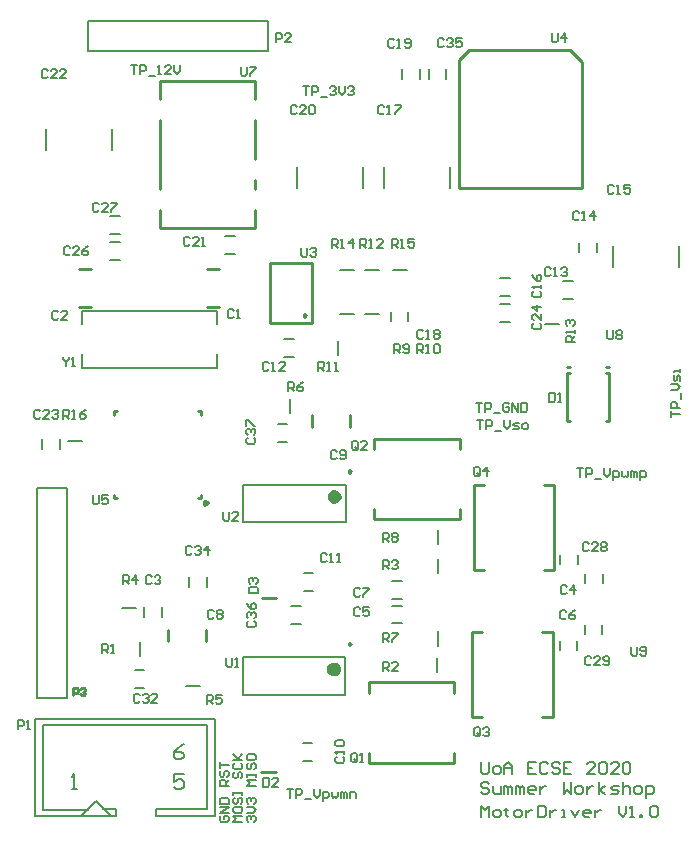
<source format=gto>
G04*
G04 #@! TF.GenerationSoftware,Altium Limited,Altium Designer,21.0.9 (235)*
G04*
G04 Layer_Color=65535*
%FSLAX25Y25*%
%MOIN*%
G70*
G04*
G04 #@! TF.SameCoordinates,CCBB63D4-E8DD-42B9-A150-1630AA2F812C*
G04*
G04*
G04 #@! TF.FilePolarity,Positive*
G04*
G01*
G75*
%ADD10C,0.00984*%
%ADD11C,0.02362*%
%ADD12C,0.01181*%
%ADD13C,0.01000*%
%ADD14C,0.00787*%
%ADD15C,0.00500*%
%ADD16C,0.00800*%
%ADD17C,0.00700*%
D10*
X117165Y64920D02*
X116427Y65346D01*
Y64494D01*
X117165Y64920D01*
X117265Y122420D02*
X116527Y122846D01*
Y121994D01*
X117265Y122420D01*
D11*
X112500Y56554D02*
X112055Y57478D01*
X111056Y57706D01*
X110255Y57067D01*
Y56042D01*
X111056Y55403D01*
X112055Y55631D01*
X112500Y56554D01*
X112600Y114054D02*
X112155Y114978D01*
X111156Y115206D01*
X110355Y114567D01*
Y113542D01*
X111156Y112903D01*
X112155Y113131D01*
X112600Y114054D01*
D12*
X69309Y111835D02*
X68474Y112317D01*
Y111352D01*
X69309Y111835D01*
D13*
X102200Y174474D02*
X101450Y174907D01*
Y174041D01*
X102200Y174474D01*
X158000Y117748D02*
X161500D01*
X158000Y89402D02*
Y117748D01*
Y89402D02*
X161500D01*
X181500D02*
X183705D01*
X184886D01*
Y117748D01*
X181500D02*
X184886D01*
X180900Y40399D02*
X184400D01*
Y68746D01*
X180900D02*
X184400D01*
X158695D02*
X160900D01*
X157514D02*
X158695D01*
X157514Y40399D02*
Y68746D01*
Y40399D02*
X160900D01*
X202100Y139200D02*
X203100D01*
Y155200D01*
X202100D02*
X203100D01*
X189100D02*
X190100D01*
X189100Y139200D02*
Y155200D01*
Y139200D02*
X190100D01*
X202100Y157200D02*
X203100D01*
X189100D02*
X190100D01*
X53500Y246500D02*
Y252500D01*
X85000D01*
Y246500D02*
Y252500D01*
Y226500D02*
Y239500D01*
Y216500D02*
Y219500D01*
Y203500D02*
Y209500D01*
X53500Y203500D02*
X85000D01*
X53500D02*
Y209500D01*
Y216500D02*
Y239500D01*
X190000Y263000D02*
X194000Y259000D01*
Y217000D02*
Y259000D01*
X156500Y263000D02*
X190000D01*
X153000Y259500D02*
X156500Y263000D01*
X153000Y217000D02*
X194000D01*
X153000D02*
Y259500D01*
X26531Y177201D02*
X30468D01*
X26531Y189799D02*
X30468D01*
X123126Y48674D02*
Y52060D01*
X151472D01*
Y50878D02*
Y52060D01*
Y48674D02*
Y50878D01*
Y25174D02*
Y28674D01*
X123126Y25174D02*
X151472D01*
X123126D02*
Y28674D01*
X38043Y141362D02*
Y142543D01*
X39224D01*
X65996Y142543D02*
X67177D01*
Y141362D02*
Y142543D01*
X38043Y113409D02*
Y114591D01*
Y113409D02*
X39224D01*
X65996D02*
X67177D01*
Y114591D01*
X87238Y22355D02*
X91962D01*
X56101Y65732D02*
Y69669D01*
X68699Y65732D02*
Y69669D01*
X104201Y137331D02*
Y141269D01*
X116799Y137331D02*
Y141269D01*
X124926Y129974D02*
Y133359D01*
X153272D01*
Y132178D02*
Y133359D01*
Y129974D02*
Y132178D01*
Y106474D02*
Y109974D01*
X124926Y106474D02*
X153272D01*
X124926D02*
Y109974D01*
X90200Y171974D02*
X104200D01*
X90200Y191974D02*
X104200D01*
Y171974D02*
Y191974D01*
X90200Y171974D02*
Y191974D01*
X87338Y80356D02*
X92062D01*
X69032Y189799D02*
X72969D01*
X69032Y177201D02*
X72969D01*
X24417Y47750D02*
Y50250D01*
X25667D01*
X26083Y49833D01*
Y49000D01*
X25667Y48583D01*
X24417D01*
X26917Y49833D02*
X27333Y50250D01*
X28166D01*
X28583Y49833D01*
Y49417D01*
X28166Y49000D01*
X27750D01*
X28166D01*
X28583Y48583D01*
Y48167D01*
X28166Y47750D01*
X27333D01*
X26917Y48167D01*
D14*
X61938Y50800D02*
X66662D01*
X97225Y71547D02*
X100375D01*
X97225Y77453D02*
X100375D01*
X146000Y64338D02*
Y69062D01*
X145900Y55411D02*
Y60136D01*
X130925Y79847D02*
X134075D01*
X130925Y85753D02*
X134075D01*
X130825Y71747D02*
X133975D01*
X130825Y77653D02*
X133975D01*
X186747Y91425D02*
Y94575D01*
X192653Y91425D02*
Y94575D01*
X195047Y85125D02*
Y88275D01*
X200953Y85125D02*
Y88275D01*
X37524Y229457D02*
Y236543D01*
X15476Y229457D02*
Y236543D01*
X200853Y68225D02*
Y71375D01*
X194947Y68225D02*
Y71375D01*
X192553Y62825D02*
Y65975D01*
X186647Y62825D02*
Y65975D01*
X92625Y132347D02*
X95775D01*
X92625Y138253D02*
X95775D01*
X81004Y60491D02*
X115256D01*
X81004Y47893D02*
X115256D01*
Y60491D01*
X81004Y47893D02*
Y60491D01*
X101425Y88453D02*
X104575D01*
X101425Y82547D02*
X104575D01*
X101025Y31926D02*
X104175D01*
X101025Y26021D02*
X104175D01*
X32000Y12398D02*
X36961Y7437D01*
X27039D02*
X32000Y12398D01*
X11921Y7398D02*
Y39957D01*
X71764Y7673D02*
Y39957D01*
X52079Y7476D02*
X71764D01*
X14421Y9681D02*
Y37752D01*
Y9681D02*
X29283D01*
X11921Y7476D02*
Y39957D01*
X71764Y7476D02*
Y39957D01*
X69264Y9839D02*
Y37752D01*
X71764Y7476D02*
Y39957D01*
X11921D02*
X71764D01*
X14461Y37752D02*
X69264D01*
X52079Y9839D02*
X69067D01*
X52079Y7476D02*
Y9445D01*
X34500Y9898D02*
X38693D01*
X11921Y7398D02*
X38772D01*
X38693Y7476D02*
Y9898D01*
X12500Y47000D02*
Y117000D01*
Y47000D02*
X22500D01*
Y117000D01*
X12500D02*
X22500D01*
X29500Y262500D02*
X89500D01*
X29500Y272500D02*
X89500D01*
X29500Y262500D02*
Y272500D01*
X89500Y262500D02*
Y272500D01*
X226524Y190417D02*
Y197504D01*
X204476Y190417D02*
Y197504D01*
X98976Y216957D02*
Y224043D01*
X121024Y216957D02*
Y224043D01*
X75125Y200753D02*
X78275D01*
X75125Y194847D02*
X78275D01*
X36925Y198953D02*
X40075D01*
X36925Y193047D02*
X40075D01*
X68953Y84025D02*
Y87175D01*
X63047Y84025D02*
Y87175D01*
X148853Y253306D02*
Y256455D01*
X142947Y253306D02*
Y256455D01*
X140053Y253306D02*
Y256455D01*
X134147Y253306D02*
Y256455D01*
X48147Y73910D02*
Y77060D01*
X54053Y73910D02*
Y77060D01*
X19953Y129925D02*
Y133075D01*
X14047Y129925D02*
Y133075D01*
X40738Y76757D02*
X45462D01*
X22638Y132500D02*
X27362D01*
X46600Y60938D02*
Y65662D01*
X45025Y56253D02*
X48175D01*
X45025Y50347D02*
X48175D01*
X112657Y161111D02*
Y165836D01*
X136253Y172425D02*
Y175575D01*
X130347Y172425D02*
Y175575D01*
X113338Y189500D02*
X118062D01*
X121638D02*
X126362D01*
X94810Y160521D02*
X97960D01*
X94810Y166426D02*
X97960D01*
X96700Y141938D02*
Y146662D01*
X81104Y105393D02*
Y117991D01*
X115356Y105393D02*
Y117991D01*
X81104Y105393D02*
X115356D01*
X81104Y117991D02*
X115356D01*
X150024Y216957D02*
Y224043D01*
X127976Y216957D02*
Y224043D01*
X181838Y171500D02*
X186562D01*
X166925Y178253D02*
X170075D01*
X166925Y172347D02*
X170075D01*
X166925Y180847D02*
X170075D01*
X166925Y186753D02*
X170075D01*
X187925Y185953D02*
X191075D01*
X187925Y180047D02*
X191075D01*
X121638Y175000D02*
X126362D01*
X113338Y174974D02*
X118062D01*
X131138Y189500D02*
X135862D01*
X198953Y195425D02*
Y198575D01*
X193047Y195425D02*
Y198575D01*
X146200Y98111D02*
Y102836D01*
Y88611D02*
Y93336D01*
X36925Y207453D02*
X40075D01*
X36925Y201547D02*
X40075D01*
X160387Y25560D02*
Y22280D01*
X161043Y21625D01*
X162355D01*
X163011Y22280D01*
Y25560D01*
X164979Y21625D02*
X166291D01*
X166947Y22280D01*
Y23592D01*
X166291Y24248D01*
X164979D01*
X164323Y23592D01*
Y22280D01*
X164979Y21625D01*
X168259D02*
Y24248D01*
X169571Y25560D01*
X170883Y24248D01*
Y21625D01*
Y23592D01*
X168259D01*
X178754Y25560D02*
X176130D01*
Y21625D01*
X178754D01*
X176130Y23592D02*
X177442D01*
X182690Y24904D02*
X182034Y25560D01*
X180722D01*
X180066Y24904D01*
Y22280D01*
X180722Y21625D01*
X182034D01*
X182690Y22280D01*
X186626Y24904D02*
X185970Y25560D01*
X184658D01*
X184002Y24904D01*
Y24248D01*
X184658Y23592D01*
X185970D01*
X186626Y22937D01*
Y22280D01*
X185970Y21625D01*
X184658D01*
X184002Y22280D01*
X190561Y25560D02*
X187937D01*
Y21625D01*
X190561D01*
X187937Y23592D02*
X189249D01*
X198433Y21625D02*
X195809D01*
X198433Y24248D01*
Y24904D01*
X197777Y25560D01*
X196465D01*
X195809Y24904D01*
X199745D02*
X200401Y25560D01*
X201713D01*
X202368Y24904D01*
Y22280D01*
X201713Y21625D01*
X200401D01*
X199745Y22280D01*
Y24904D01*
X206304Y21625D02*
X203680D01*
X206304Y24248D01*
Y24904D01*
X205648Y25560D01*
X204336D01*
X203680Y24904D01*
X207616D02*
X208272Y25560D01*
X209584D01*
X210240Y24904D01*
Y22280D01*
X209584Y21625D01*
X208272D01*
X207616Y22280D01*
Y24904D01*
X163011Y18292D02*
X162355Y18948D01*
X161043D01*
X160387Y18292D01*
Y17636D01*
X161043Y16980D01*
X162355D01*
X163011Y16324D01*
Y15668D01*
X162355Y15012D01*
X161043D01*
X160387Y15668D01*
X164323Y17636D02*
Y15668D01*
X164979Y15012D01*
X166947D01*
Y17636D01*
X168259Y15012D02*
Y17636D01*
X168915D01*
X169571Y16980D01*
Y15012D01*
Y16980D01*
X170227Y17636D01*
X170883Y16980D01*
Y15012D01*
X172195D02*
Y17636D01*
X172851D01*
X173506Y16980D01*
Y15012D01*
Y16980D01*
X174162Y17636D01*
X174818Y16980D01*
Y15012D01*
X178098D02*
X176786D01*
X176130Y15668D01*
Y16980D01*
X176786Y17636D01*
X178098D01*
X178754Y16980D01*
Y16324D01*
X176130D01*
X180066Y17636D02*
Y15012D01*
Y16324D01*
X180722Y16980D01*
X181378Y17636D01*
X182034D01*
X187937Y18948D02*
Y15012D01*
X189249Y16324D01*
X190561Y15012D01*
Y18948D01*
X192529Y15012D02*
X193841D01*
X194497Y15668D01*
Y16980D01*
X193841Y17636D01*
X192529D01*
X191873Y16980D01*
Y15668D01*
X192529Y15012D01*
X195809Y17636D02*
Y15012D01*
Y16324D01*
X196465Y16980D01*
X197121Y17636D01*
X197777D01*
X199745Y15012D02*
Y18948D01*
Y16324D02*
X201713Y17636D01*
X199745Y16324D02*
X201713Y15012D01*
X203680D02*
X205648D01*
X206304Y15668D01*
X205648Y16324D01*
X204336D01*
X203680Y16980D01*
X204336Y17636D01*
X206304D01*
X207616Y18948D02*
Y15012D01*
Y16980D01*
X208272Y17636D01*
X209584D01*
X210240Y16980D01*
Y15012D01*
X212208D02*
X213520D01*
X214176Y15668D01*
Y16980D01*
X213520Y17636D01*
X212208D01*
X211552Y16980D01*
Y15668D01*
X212208Y15012D01*
X215488Y13700D02*
Y17636D01*
X217456D01*
X218111Y16980D01*
Y15668D01*
X217456Y15012D01*
X215488D01*
X160387Y7087D02*
Y11023D01*
X161699Y9711D01*
X163011Y11023D01*
Y7087D01*
X164979D02*
X166291D01*
X166947Y7743D01*
Y9055D01*
X166291Y9711D01*
X164979D01*
X164323Y9055D01*
Y7743D01*
X164979Y7087D01*
X168915Y10367D02*
Y9711D01*
X168259D01*
X169571D01*
X168915D01*
Y7743D01*
X169571Y7087D01*
X172195D02*
X173506D01*
X174162Y7743D01*
Y9055D01*
X173506Y9711D01*
X172195D01*
X171539Y9055D01*
Y7743D01*
X172195Y7087D01*
X175474Y9711D02*
Y7087D01*
Y8399D01*
X176130Y9055D01*
X176786Y9711D01*
X177442D01*
X179410Y11023D02*
Y7087D01*
X181378D01*
X182034Y7743D01*
Y10367D01*
X181378Y11023D01*
X179410D01*
X183346Y9711D02*
Y7087D01*
Y8399D01*
X184002Y9055D01*
X184658Y9711D01*
X185314D01*
X187282Y7087D02*
X188593D01*
X187937D01*
Y9711D01*
X187282D01*
X190561D02*
X191873Y7087D01*
X193185Y9711D01*
X196465Y7087D02*
X195153D01*
X194497Y7743D01*
Y9055D01*
X195153Y9711D01*
X196465D01*
X197121Y9055D01*
Y8399D01*
X194497D01*
X198433Y9711D02*
Y7087D01*
Y8399D01*
X199089Y9055D01*
X199745Y9711D01*
X200401D01*
X206304Y11023D02*
Y8399D01*
X207616Y7087D01*
X208928Y8399D01*
Y11023D01*
X210240Y7087D02*
X211552D01*
X210896D01*
Y11023D01*
X210240Y10367D01*
X213520Y7087D02*
Y7743D01*
X214176D01*
Y7087D01*
X213520D01*
X216799Y10367D02*
X217456Y11023D01*
X218767D01*
X219423Y10367D01*
Y7743D01*
X218767Y7087D01*
X217456D01*
X216799Y7743D01*
Y10367D01*
D15*
X72441Y171437D02*
Y175949D01*
X27559D02*
X72441D01*
X27559Y171437D02*
Y175949D01*
Y157051D02*
Y161563D01*
Y157051D02*
X72441D01*
Y161563D01*
D16*
X61332Y31498D02*
X59666Y30665D01*
X58000Y28999D01*
Y27333D01*
X58833Y26500D01*
X60499D01*
X61332Y27333D01*
Y28166D01*
X60499Y28999D01*
X58000D01*
X61332Y21498D02*
X58000D01*
Y18999D01*
X59666Y19832D01*
X60499D01*
X61332Y18999D01*
Y17333D01*
X60499Y16500D01*
X58833D01*
X58000Y17333D01*
X24000Y16500D02*
X25666D01*
X24833D01*
Y21498D01*
X24000Y20665D01*
D17*
X73801Y7599D02*
X73301Y7100D01*
Y6100D01*
X73801Y5600D01*
X75800D01*
X76300Y6100D01*
Y7100D01*
X75800Y7599D01*
X74800D01*
Y6600D01*
X76300Y8599D02*
X73301D01*
X76300Y10598D01*
X73301D01*
Y11598D02*
X76300D01*
Y13098D01*
X75800Y13597D01*
X73801D01*
X73301Y13098D01*
Y11598D01*
X76300Y17596D02*
X73301D01*
Y19096D01*
X73801Y19595D01*
X74800D01*
X75300Y19096D01*
Y17596D01*
Y18596D02*
X76300Y19595D01*
X73801Y22594D02*
X73301Y22095D01*
Y21095D01*
X73801Y20595D01*
X74301D01*
X74800Y21095D01*
Y22095D01*
X75300Y22594D01*
X75800D01*
X76300Y22095D01*
Y21095D01*
X75800Y20595D01*
X73301Y23594D02*
Y25594D01*
Y24594D01*
X76300D01*
X82801Y5600D02*
X82301Y6100D01*
Y7100D01*
X82801Y7599D01*
X83301D01*
X83801Y7100D01*
Y6600D01*
Y7100D01*
X84300Y7599D01*
X84800D01*
X85300Y7100D01*
Y6100D01*
X84800Y5600D01*
X82301Y8599D02*
X84300D01*
X85300Y9599D01*
X84300Y10598D01*
X82301D01*
X82801Y11598D02*
X82301Y12098D01*
Y13098D01*
X82801Y13597D01*
X83301D01*
X83801Y13098D01*
Y12598D01*
Y13098D01*
X84300Y13597D01*
X84800D01*
X85300Y13098D01*
Y12098D01*
X84800Y11598D01*
X85300Y17596D02*
X82301D01*
X83301Y18596D01*
X82301Y19595D01*
X85300D01*
X82301Y20595D02*
Y21595D01*
Y21095D01*
X85300D01*
Y20595D01*
Y21595D01*
X82801Y25094D02*
X82301Y24594D01*
Y23594D01*
X82801Y23094D01*
X83301D01*
X83801Y23594D01*
Y24594D01*
X84300Y25094D01*
X84800D01*
X85300Y24594D01*
Y23594D01*
X84800Y23094D01*
X82301Y27593D02*
Y26593D01*
X82801Y26093D01*
X84800D01*
X85300Y26593D01*
Y27593D01*
X84800Y28093D01*
X82801D01*
X82301Y27593D01*
X80800Y5600D02*
X77801D01*
X78801Y6600D01*
X77801Y7599D01*
X80800D01*
X77801Y10099D02*
Y9099D01*
X78301Y8599D01*
X80300D01*
X80800Y9099D01*
Y10099D01*
X80300Y10598D01*
X78301D01*
X77801Y10099D01*
X78301Y13597D02*
X77801Y13098D01*
Y12098D01*
X78301Y11598D01*
X78801D01*
X79300Y12098D01*
Y13098D01*
X79800Y13597D01*
X80300D01*
X80800Y13098D01*
Y12098D01*
X80300Y11598D01*
X77801Y14597D02*
Y15597D01*
Y15097D01*
X80800D01*
Y14597D01*
Y15597D01*
X78301Y22095D02*
X77801Y21595D01*
Y20595D01*
X78301Y20095D01*
X78801D01*
X79300Y20595D01*
Y21595D01*
X79800Y22095D01*
X80300D01*
X80800Y21595D01*
Y20595D01*
X80300Y20095D01*
X78301Y25094D02*
X77801Y24594D01*
Y23594D01*
X78301Y23094D01*
X80300D01*
X80800Y23594D01*
Y24594D01*
X80300Y25094D01*
X77801Y26093D02*
X80800D01*
X79800D01*
X77801Y28093D01*
X79300Y26593D01*
X80800Y28093D01*
X158803Y145249D02*
X160802D01*
X159802D01*
Y142250D01*
X161802D02*
Y145249D01*
X163301D01*
X163801Y144750D01*
Y143750D01*
X163301Y143250D01*
X161802D01*
X164801Y141751D02*
X166800D01*
X169799Y144750D02*
X169299Y145249D01*
X168300D01*
X167800Y144750D01*
Y142750D01*
X168300Y142250D01*
X169299D01*
X169799Y142750D01*
Y143750D01*
X168799D01*
X170799Y142250D02*
Y145249D01*
X172798Y142250D01*
Y145249D01*
X173798D02*
Y142250D01*
X175297D01*
X175797Y142750D01*
Y144750D01*
X175297Y145249D01*
X173798D01*
X95704Y16599D02*
X97703D01*
X96703D01*
Y13600D01*
X98703D02*
Y16599D01*
X100202D01*
X100702Y16100D01*
Y15100D01*
X100202Y14600D01*
X98703D01*
X101702Y13101D02*
X103701D01*
X104701Y16599D02*
Y14600D01*
X105701Y13600D01*
X106700Y14600D01*
Y16599D01*
X107700Y12601D02*
Y15600D01*
X109199D01*
X109699Y15100D01*
Y14100D01*
X109199Y13600D01*
X107700D01*
X110699Y15600D02*
Y14100D01*
X111199Y13600D01*
X111699Y14100D01*
X112198Y13600D01*
X112698Y14100D01*
Y15600D01*
X113698Y13600D02*
Y15600D01*
X114198D01*
X114698Y15100D01*
Y13600D01*
Y15100D01*
X115197Y15600D01*
X115697Y15100D01*
Y13600D01*
X116697D02*
Y15600D01*
X118196D01*
X118696Y15100D01*
Y13600D01*
X82900Y72501D02*
X82401Y72001D01*
Y71001D01*
X82900Y70501D01*
X84900D01*
X85400Y71001D01*
Y72001D01*
X84900Y72501D01*
X82900Y73500D02*
X82401Y74000D01*
Y75000D01*
X82900Y75500D01*
X83400D01*
X83900Y75000D01*
Y74500D01*
Y75000D01*
X84400Y75500D01*
X84900D01*
X85400Y75000D01*
Y74000D01*
X84900Y73500D01*
X82401Y78499D02*
X82900Y77499D01*
X83900Y76499D01*
X84900D01*
X85400Y76999D01*
Y77999D01*
X84900Y78499D01*
X84400D01*
X83900Y77999D01*
Y76499D01*
X82700Y133701D02*
X82200Y133201D01*
Y132201D01*
X82700Y131701D01*
X84700D01*
X85199Y132201D01*
Y133201D01*
X84700Y133701D01*
X82700Y134700D02*
X82200Y135200D01*
Y136200D01*
X82700Y136700D01*
X83200D01*
X83700Y136200D01*
Y135700D01*
Y136200D01*
X84200Y136700D01*
X84700D01*
X85199Y136200D01*
Y135200D01*
X84700Y134700D01*
X82200Y137699D02*
Y139699D01*
X82700D01*
X84700Y137699D01*
X85199D01*
X148001Y266280D02*
X147501Y266780D01*
X146501D01*
X146001Y266280D01*
Y264281D01*
X146501Y263781D01*
X147501D01*
X148001Y264281D01*
X149000Y266280D02*
X149500Y266780D01*
X150500D01*
X151000Y266280D01*
Y265780D01*
X150500Y265280D01*
X150000D01*
X150500D01*
X151000Y264780D01*
Y264281D01*
X150500Y263781D01*
X149500D01*
X149000Y264281D01*
X153999Y266780D02*
X151999D01*
Y265280D01*
X152999Y265780D01*
X153499D01*
X153999Y265280D01*
Y264281D01*
X153499Y263781D01*
X152499D01*
X151999Y264281D01*
X6001Y36500D02*
Y39500D01*
X7500D01*
X8000Y39000D01*
Y38000D01*
X7500Y37500D01*
X6001D01*
X9000Y36500D02*
X9999D01*
X9499D01*
Y39500D01*
X9000Y39000D01*
X21251Y140000D02*
Y142999D01*
X22751D01*
X23251Y142500D01*
Y141500D01*
X22751Y141000D01*
X21251D01*
X22251D02*
X23251Y140000D01*
X24250D02*
X25250D01*
X24750D01*
Y142999D01*
X24250Y142500D01*
X28749Y142999D02*
X27749Y142500D01*
X26749Y141500D01*
Y140500D01*
X27249Y140000D01*
X28249D01*
X28749Y140500D01*
Y141000D01*
X28249Y141500D01*
X26749D01*
X130751Y197001D02*
Y199999D01*
X132251D01*
X132751Y199500D01*
Y198500D01*
X132251Y198000D01*
X130751D01*
X131751D02*
X132751Y197001D01*
X133750D02*
X134750D01*
X134250D01*
Y199999D01*
X133750Y199500D01*
X138249Y199999D02*
X136249D01*
Y198500D01*
X137249Y199000D01*
X137749D01*
X138249Y198500D01*
Y197500D01*
X137749Y197001D01*
X136749D01*
X136249Y197500D01*
X110751Y197001D02*
Y199999D01*
X112251D01*
X112751Y199500D01*
Y198500D01*
X112251Y198000D01*
X110751D01*
X111751D02*
X112751Y197001D01*
X113750D02*
X114750D01*
X114250D01*
Y199999D01*
X113750Y199500D01*
X117749Y197001D02*
Y199999D01*
X116249Y198500D01*
X118249D01*
X191700Y165488D02*
X188700D01*
Y166987D01*
X189200Y167487D01*
X190200D01*
X190700Y166987D01*
Y165488D01*
Y166488D02*
X191700Y167487D01*
Y168487D02*
Y169487D01*
Y168987D01*
X188700D01*
X189200Y168487D01*
Y170986D02*
X188700Y171486D01*
Y172486D01*
X189200Y172985D01*
X189700D01*
X190200Y172486D01*
Y171986D01*
Y172486D01*
X190700Y172985D01*
X191200D01*
X191700Y172486D01*
Y171486D01*
X191200Y170986D01*
X120251Y197001D02*
Y199999D01*
X121751D01*
X122251Y199500D01*
Y198500D01*
X121751Y198000D01*
X120251D01*
X121251D02*
X122251Y197001D01*
X123250D02*
X124250D01*
X123750D01*
Y199999D01*
X123250Y199500D01*
X127749Y197001D02*
X125749D01*
X127749Y199000D01*
Y199500D01*
X127249Y199999D01*
X126249D01*
X125749Y199500D01*
X106251Y156000D02*
Y159000D01*
X107751D01*
X108250Y158500D01*
Y157500D01*
X107751Y157000D01*
X106251D01*
X107251D02*
X108250Y156000D01*
X109250D02*
X110250D01*
X109750D01*
Y159000D01*
X109250Y158500D01*
X111749Y156000D02*
X112749D01*
X112249D01*
Y159000D01*
X111749Y158500D01*
X139151Y161801D02*
Y164799D01*
X140651D01*
X141151Y164300D01*
Y163300D01*
X140651Y162800D01*
X139151D01*
X140151D02*
X141151Y161801D01*
X142150D02*
X143150D01*
X142650D01*
Y164799D01*
X142150Y164300D01*
X144649D02*
X145149Y164799D01*
X146149D01*
X146649Y164300D01*
Y162300D01*
X146149Y161801D01*
X145149D01*
X144649Y162300D01*
Y164300D01*
X131501Y161801D02*
Y164799D01*
X133000D01*
X133500Y164300D01*
Y163300D01*
X133000Y162800D01*
X131501D01*
X132501D02*
X133500Y161801D01*
X134500Y162300D02*
X135000Y161801D01*
X135999D01*
X136499Y162300D01*
Y164300D01*
X135999Y164799D01*
X135000D01*
X134500Y164300D01*
Y163800D01*
X135000Y163300D01*
X136499D01*
X127701Y98901D02*
Y101900D01*
X129200D01*
X129700Y101400D01*
Y100400D01*
X129200Y99900D01*
X127701D01*
X128700D02*
X129700Y98901D01*
X130700Y101400D02*
X131200Y101900D01*
X132199D01*
X132699Y101400D01*
Y100900D01*
X132199Y100400D01*
X132699Y99900D01*
Y99400D01*
X132199Y98901D01*
X131200D01*
X130700Y99400D01*
Y99900D01*
X131200Y100400D01*
X130700Y100900D01*
Y101400D01*
X131200Y100400D02*
X132199D01*
X127701Y65701D02*
Y68700D01*
X129200D01*
X129700Y68200D01*
Y67200D01*
X129200Y66700D01*
X127701D01*
X128700D02*
X129700Y65701D01*
X130700Y68700D02*
X132699D01*
Y68200D01*
X130700Y66200D01*
Y65701D01*
X96201Y149100D02*
Y152100D01*
X97700D01*
X98200Y151600D01*
Y150600D01*
X97700Y150100D01*
X96201D01*
X97201D02*
X98200Y149100D01*
X101199Y152100D02*
X100199Y151600D01*
X99200Y150600D01*
Y149600D01*
X99700Y149100D01*
X100699D01*
X101199Y149600D01*
Y150100D01*
X100699Y150600D01*
X99200D01*
X69001Y45000D02*
Y48000D01*
X70500D01*
X71000Y47500D01*
Y46500D01*
X70500Y46000D01*
X69001D01*
X70000D02*
X71000Y45000D01*
X73999Y48000D02*
X72000D01*
Y46500D01*
X73000Y47000D01*
X73499D01*
X73999Y46500D01*
Y45500D01*
X73499Y45000D01*
X72500D01*
X72000Y45500D01*
X41101Y84800D02*
Y87800D01*
X42600D01*
X43100Y87300D01*
Y86300D01*
X42600Y85800D01*
X41101D01*
X42101D02*
X43100Y84800D01*
X45599D02*
Y87800D01*
X44100Y86300D01*
X46099D01*
X127701Y89801D02*
Y92800D01*
X129200D01*
X129700Y92300D01*
Y91300D01*
X129200Y90800D01*
X127701D01*
X128700D02*
X129700Y89801D01*
X130700Y92300D02*
X131200Y92800D01*
X132199D01*
X132699Y92300D01*
Y91800D01*
X132199Y91300D01*
X131700D01*
X132199D01*
X132699Y90800D01*
Y90300D01*
X132199Y89801D01*
X131200D01*
X130700Y90300D01*
X127701Y55901D02*
Y58899D01*
X129200D01*
X129700Y58400D01*
Y57400D01*
X129200Y56900D01*
X127701D01*
X128700D02*
X129700Y55901D01*
X132699D02*
X130700D01*
X132699Y57900D01*
Y58400D01*
X132199Y58899D01*
X131200D01*
X130700Y58400D01*
X34101Y61800D02*
Y64799D01*
X35600D01*
X36100Y64300D01*
Y63300D01*
X35600Y62800D01*
X34101D01*
X35100D02*
X36100Y61800D01*
X37100D02*
X38099D01*
X37600D01*
Y64799D01*
X37100Y64300D01*
X160000Y121500D02*
Y123500D01*
X159500Y124000D01*
X158501D01*
X158001Y123500D01*
Y121500D01*
X158501Y121001D01*
X159500D01*
X159001Y122000D02*
X160000Y121001D01*
X159500D02*
X160000Y121500D01*
X162499Y121001D02*
Y124000D01*
X161000Y122500D01*
X162999D01*
X160200Y34700D02*
Y36700D01*
X159700Y37200D01*
X158701D01*
X158201Y36700D01*
Y34700D01*
X158701Y34201D01*
X159700D01*
X159201Y35200D02*
X160200Y34201D01*
X159700D02*
X160200Y34700D01*
X161200Y36700D02*
X161700Y37200D01*
X162699D01*
X163199Y36700D01*
Y36200D01*
X162699Y35700D01*
X162199D01*
X162699D01*
X163199Y35200D01*
Y34700D01*
X162699Y34201D01*
X161700D01*
X161200Y34700D01*
X119300Y130200D02*
Y132200D01*
X118800Y132700D01*
X117801D01*
X117301Y132200D01*
Y130200D01*
X117801Y129701D01*
X118800D01*
X118300Y130700D02*
X119300Y129701D01*
X118800D02*
X119300Y130200D01*
X122299Y129701D02*
X120300D01*
X122299Y131700D01*
Y132200D01*
X121799Y132700D01*
X120800D01*
X120300Y132200D01*
X119200Y25900D02*
Y27900D01*
X118700Y28400D01*
X117701D01*
X117201Y27900D01*
Y25900D01*
X117701Y25401D01*
X118700D01*
X118200Y26400D02*
X119200Y25401D01*
X118700D02*
X119200Y25900D01*
X120200Y25401D02*
X121199D01*
X120700D01*
Y28400D01*
X120200Y27900D01*
X83000Y82001D02*
X86000D01*
Y83500D01*
X85500Y84000D01*
X83500D01*
X83000Y83500D01*
Y82001D01*
X83500Y85000D02*
X83000Y85500D01*
Y86499D01*
X83500Y86999D01*
X84000D01*
X84500Y86499D01*
Y86000D01*
Y86499D01*
X85000Y86999D01*
X85500D01*
X86000Y86499D01*
Y85500D01*
X85500Y85000D01*
X87801Y20300D02*
Y17300D01*
X89300D01*
X89800Y17800D01*
Y19800D01*
X89300Y20300D01*
X87801D01*
X92799Y17300D02*
X90800D01*
X92799Y19300D01*
Y19800D01*
X92299Y20300D01*
X91300D01*
X90800Y19800D01*
X64001Y97100D02*
X63501Y97600D01*
X62501D01*
X62001Y97100D01*
Y95100D01*
X62501Y94600D01*
X63501D01*
X64001Y95100D01*
X65000Y97100D02*
X65500Y97600D01*
X66500D01*
X67000Y97100D01*
Y96600D01*
X66500Y96100D01*
X66000D01*
X66500D01*
X67000Y95600D01*
Y95100D01*
X66500Y94600D01*
X65500D01*
X65000Y95100D01*
X69499Y94600D02*
Y97600D01*
X67999Y96100D01*
X69999D01*
X46601Y47800D02*
X46101Y48300D01*
X45101D01*
X44601Y47800D01*
Y45800D01*
X45101Y45300D01*
X46101D01*
X46601Y45800D01*
X47600Y47800D02*
X48100Y48300D01*
X49100D01*
X49600Y47800D01*
Y47300D01*
X49100Y46800D01*
X48600D01*
X49100D01*
X49600Y46300D01*
Y45800D01*
X49100Y45300D01*
X48100D01*
X47600Y45800D01*
X52599Y45300D02*
X50599D01*
X52599Y47300D01*
Y47800D01*
X52099Y48300D01*
X51099D01*
X50599Y47800D01*
X197201Y60326D02*
X196701Y60826D01*
X195701D01*
X195201Y60326D01*
Y58327D01*
X195701Y57827D01*
X196701D01*
X197201Y58327D01*
X200200Y57827D02*
X198200D01*
X200200Y59826D01*
Y60326D01*
X199700Y60826D01*
X198700D01*
X198200Y60326D01*
X201199Y58327D02*
X201699Y57827D01*
X202699D01*
X203199Y58327D01*
Y60326D01*
X202699Y60826D01*
X201699D01*
X201199Y60326D01*
Y59826D01*
X201699Y59326D01*
X203199D01*
X196301Y98226D02*
X195801Y98726D01*
X194801D01*
X194301Y98226D01*
Y96227D01*
X194801Y95727D01*
X195801D01*
X196301Y96227D01*
X199300Y95727D02*
X197300D01*
X199300Y97726D01*
Y98226D01*
X198800Y98726D01*
X197800D01*
X197300Y98226D01*
X200299D02*
X200799Y98726D01*
X201799D01*
X202299Y98226D01*
Y97726D01*
X201799Y97226D01*
X202299Y96727D01*
Y96227D01*
X201799Y95727D01*
X200799D01*
X200299Y96227D01*
Y96727D01*
X200799Y97226D01*
X200299Y97726D01*
Y98226D01*
X200799Y97226D02*
X201799D01*
X33001Y211500D02*
X32501Y212000D01*
X31501D01*
X31001Y211500D01*
Y209500D01*
X31501Y209000D01*
X32501D01*
X33001Y209500D01*
X36000Y209000D02*
X34000D01*
X36000Y211000D01*
Y211500D01*
X35500Y212000D01*
X34500D01*
X34000Y211500D01*
X36999Y212000D02*
X38999D01*
Y211500D01*
X36999Y209500D01*
Y209000D01*
X23501Y197000D02*
X23001Y197500D01*
X22001D01*
X21501Y197000D01*
Y195000D01*
X22001Y194501D01*
X23001D01*
X23501Y195000D01*
X26500Y194501D02*
X24500D01*
X26500Y196500D01*
Y197000D01*
X26000Y197500D01*
X25000D01*
X24500Y197000D01*
X29499Y197500D02*
X28499Y197000D01*
X27499Y196000D01*
Y195000D01*
X27999Y194501D01*
X28999D01*
X29499Y195000D01*
Y195500D01*
X28999Y196000D01*
X27499D01*
X178000Y171801D02*
X177500Y171301D01*
Y170301D01*
X178000Y169801D01*
X180000D01*
X180499Y170301D01*
Y171301D01*
X180000Y171801D01*
X180499Y174800D02*
Y172800D01*
X178500Y174800D01*
X178000D01*
X177500Y174300D01*
Y173300D01*
X178000Y172800D01*
X180499Y177299D02*
X177500D01*
X179000Y175799D01*
Y177799D01*
X13501Y142500D02*
X13001Y142999D01*
X12001D01*
X11501Y142500D01*
Y140500D01*
X12001Y140000D01*
X13001D01*
X13501Y140500D01*
X16500Y140000D02*
X14500D01*
X16500Y142000D01*
Y142500D01*
X16000Y142999D01*
X15000D01*
X14500Y142500D01*
X17499D02*
X17999Y142999D01*
X18999D01*
X19499Y142500D01*
Y142000D01*
X18999Y141500D01*
X18499D01*
X18999D01*
X19499Y141000D01*
Y140500D01*
X18999Y140000D01*
X17999D01*
X17499Y140500D01*
X16001Y256000D02*
X15501Y256500D01*
X14501D01*
X14001Y256000D01*
Y254000D01*
X14501Y253501D01*
X15501D01*
X16001Y254000D01*
X19000Y253501D02*
X17000D01*
X19000Y255500D01*
Y256000D01*
X18500Y256500D01*
X17500D01*
X17000Y256000D01*
X21999Y253501D02*
X19999D01*
X21999Y255500D01*
Y256000D01*
X21499Y256500D01*
X20499D01*
X19999Y256000D01*
X63301Y200200D02*
X62801Y200699D01*
X61801D01*
X61301Y200200D01*
Y198200D01*
X61801Y197701D01*
X62801D01*
X63301Y198200D01*
X66299Y197701D02*
X64300D01*
X66299Y199700D01*
Y200200D01*
X65800Y200699D01*
X64800D01*
X64300Y200200D01*
X67299Y197701D02*
X68299D01*
X67799D01*
Y200699D01*
X67299Y200200D01*
X99001Y244000D02*
X98501Y244499D01*
X97501D01*
X97001Y244000D01*
Y242000D01*
X97501Y241500D01*
X98501D01*
X99001Y242000D01*
X102000Y241500D02*
X100000D01*
X102000Y243500D01*
Y244000D01*
X101500Y244499D01*
X100500D01*
X100000Y244000D01*
X102999D02*
X103499Y244499D01*
X104499D01*
X104999Y244000D01*
Y242000D01*
X104499Y241500D01*
X103499D01*
X102999Y242000D01*
Y244000D01*
X131451Y266080D02*
X130951Y266580D01*
X129951D01*
X129451Y266080D01*
Y264081D01*
X129951Y263581D01*
X130951D01*
X131451Y264081D01*
X132450Y263581D02*
X133450D01*
X132950D01*
Y266580D01*
X132450Y266080D01*
X134949Y264081D02*
X135449Y263581D01*
X136449D01*
X136949Y264081D01*
Y266080D01*
X136449Y266580D01*
X135449D01*
X134949Y266080D01*
Y265580D01*
X135449Y265080D01*
X136949D01*
X141251Y169200D02*
X140751Y169700D01*
X139751D01*
X139251Y169200D01*
Y167200D01*
X139751Y166700D01*
X140751D01*
X141251Y167200D01*
X142250Y166700D02*
X143250D01*
X142750D01*
Y169700D01*
X142250Y169200D01*
X144749D02*
X145249Y169700D01*
X146249D01*
X146749Y169200D01*
Y168700D01*
X146249Y168200D01*
X146749Y167700D01*
Y167200D01*
X146249Y166700D01*
X145249D01*
X144749Y167200D01*
Y167700D01*
X145249Y168200D01*
X144749Y168700D01*
Y169200D01*
X145249Y168200D02*
X146249D01*
X128251Y244000D02*
X127751Y244499D01*
X126751D01*
X126251Y244000D01*
Y242000D01*
X126751Y241500D01*
X127751D01*
X128251Y242000D01*
X129250Y241500D02*
X130250D01*
X129750D01*
Y244499D01*
X129250Y244000D01*
X131749Y244499D02*
X133749D01*
Y244000D01*
X131749Y242000D01*
Y241500D01*
X178000Y182451D02*
X177500Y181951D01*
Y180951D01*
X178000Y180451D01*
X180000D01*
X180499Y180951D01*
Y181951D01*
X180000Y182451D01*
X180499Y183450D02*
Y184450D01*
Y183950D01*
X177500D01*
X178000Y183450D01*
X177500Y187949D02*
X178000Y186949D01*
X179000Y185949D01*
X180000D01*
X180499Y186449D01*
Y187449D01*
X180000Y187949D01*
X179500D01*
X179000Y187449D01*
Y185949D01*
X204751Y217421D02*
X204251Y217921D01*
X203251D01*
X202751Y217421D01*
Y215422D01*
X203251Y214922D01*
X204251D01*
X204751Y215422D01*
X205750Y214922D02*
X206750D01*
X206250D01*
Y217921D01*
X205750Y217421D01*
X210249Y217921D02*
X208249D01*
Y216421D01*
X209249Y216921D01*
X209749D01*
X210249Y216421D01*
Y215422D01*
X209749Y214922D01*
X208749D01*
X208249Y215422D01*
X193251Y208685D02*
X192751Y209185D01*
X191751D01*
X191251Y208685D01*
Y206685D01*
X191751Y206186D01*
X192751D01*
X193251Y206685D01*
X194250Y206186D02*
X195250D01*
X194750D01*
Y209185D01*
X194250Y208685D01*
X198249Y206186D02*
Y209185D01*
X196749Y207685D01*
X198749D01*
X183751Y190000D02*
X183251Y190499D01*
X182251D01*
X181751Y190000D01*
Y188000D01*
X182251Y187501D01*
X183251D01*
X183751Y188000D01*
X184750Y187501D02*
X185750D01*
X185250D01*
Y190499D01*
X184750Y190000D01*
X187249D02*
X187749Y190499D01*
X188749D01*
X189249Y190000D01*
Y189500D01*
X188749Y189000D01*
X188249D01*
X188749D01*
X189249Y188500D01*
Y188000D01*
X188749Y187501D01*
X187749D01*
X187249Y188000D01*
X89751Y158500D02*
X89251Y159000D01*
X88251D01*
X87751Y158500D01*
Y156500D01*
X88251Y156000D01*
X89251D01*
X89751Y156500D01*
X90750Y156000D02*
X91750D01*
X91250D01*
Y159000D01*
X90750Y158500D01*
X95249Y156000D02*
X93249D01*
X95249Y158000D01*
Y158500D01*
X94749Y159000D01*
X93749D01*
X93249Y158500D01*
X108950Y94700D02*
X108451Y95200D01*
X107451D01*
X106951Y94700D01*
Y92700D01*
X107451Y92200D01*
X108451D01*
X108950Y92700D01*
X109950Y92200D02*
X110950D01*
X110450D01*
Y95200D01*
X109950Y94700D01*
X112449Y92200D02*
X113449D01*
X112949D01*
Y95200D01*
X112449Y94700D01*
X112300Y27251D02*
X111801Y26751D01*
Y25751D01*
X112300Y25251D01*
X114300D01*
X114799Y25751D01*
Y26751D01*
X114300Y27251D01*
X114799Y28250D02*
Y29250D01*
Y28750D01*
X111801D01*
X112300Y28250D01*
Y30749D02*
X111801Y31249D01*
Y32249D01*
X112300Y32749D01*
X114300D01*
X114799Y32249D01*
Y31249D01*
X114300Y30749D01*
X112300D01*
X112300Y129027D02*
X111800Y129527D01*
X110801D01*
X110301Y129027D01*
Y127027D01*
X110801Y126528D01*
X111800D01*
X112300Y127027D01*
X113300D02*
X113800Y126528D01*
X114799D01*
X115299Y127027D01*
Y129027D01*
X114799Y129527D01*
X113800D01*
X113300Y129027D01*
Y128527D01*
X113800Y128027D01*
X115299D01*
X71400Y75800D02*
X70900Y76300D01*
X69901D01*
X69401Y75800D01*
Y73800D01*
X69901Y73300D01*
X70900D01*
X71400Y73800D01*
X72400Y75800D02*
X72900Y76300D01*
X73899D01*
X74399Y75800D01*
Y75300D01*
X73899Y74800D01*
X74399Y74300D01*
Y73800D01*
X73899Y73300D01*
X72900D01*
X72400Y73800D01*
Y74300D01*
X72900Y74800D01*
X72400Y75300D01*
Y75800D01*
X72900Y74800D02*
X73899D01*
X120100Y83200D02*
X119600Y83700D01*
X118601D01*
X118101Y83200D01*
Y81200D01*
X118601Y80700D01*
X119600D01*
X120100Y81200D01*
X121100Y83700D02*
X123099D01*
Y83200D01*
X121100Y81200D01*
Y80700D01*
X188800Y75700D02*
X188300Y76200D01*
X187301D01*
X186801Y75700D01*
Y73700D01*
X187301Y73201D01*
X188300D01*
X188800Y73700D01*
X191799Y76200D02*
X190799Y75700D01*
X189800Y74700D01*
Y73700D01*
X190300Y73201D01*
X191299D01*
X191799Y73700D01*
Y74200D01*
X191299Y74700D01*
X189800D01*
X120100Y76700D02*
X119600Y77200D01*
X118601D01*
X118101Y76700D01*
Y74700D01*
X118601Y74200D01*
X119600D01*
X120100Y74700D01*
X123099Y77200D02*
X121100D01*
Y75700D01*
X122099Y76200D01*
X122599D01*
X123099Y75700D01*
Y74700D01*
X122599Y74200D01*
X121600D01*
X121100Y74700D01*
X189000Y83900D02*
X188500Y84399D01*
X187501D01*
X187001Y83900D01*
Y81900D01*
X187501Y81401D01*
X188500D01*
X189000Y81900D01*
X191499Y81401D02*
Y84399D01*
X190000Y82900D01*
X191999D01*
X50600Y87300D02*
X50100Y87800D01*
X49101D01*
X48601Y87300D01*
Y85300D01*
X49101Y84800D01*
X50100D01*
X50600Y85300D01*
X51600Y87300D02*
X52100Y87800D01*
X53099D01*
X53599Y87300D01*
Y86800D01*
X53099Y86300D01*
X52600D01*
X53099D01*
X53599Y85800D01*
Y85300D01*
X53099Y84800D01*
X52100D01*
X51600Y85300D01*
X19500Y175500D02*
X19000Y175999D01*
X18001D01*
X17501Y175500D01*
Y173500D01*
X18001Y173001D01*
X19000D01*
X19500Y173500D01*
X22499Y173001D02*
X20500D01*
X22499Y175000D01*
Y175500D01*
X21999Y175999D01*
X21000D01*
X20500Y175500D01*
X78000Y176000D02*
X77500Y176499D01*
X76500D01*
X76001Y176000D01*
Y174000D01*
X76500Y173501D01*
X77500D01*
X78000Y174000D01*
X79000Y173501D02*
X79999D01*
X79500D01*
Y176499D01*
X79000Y176000D01*
X31001Y114499D02*
Y112000D01*
X31501Y111501D01*
X32500D01*
X33000Y112000D01*
Y114499D01*
X35999D02*
X34000D01*
Y113000D01*
X34999Y113500D01*
X35499D01*
X35999Y113000D01*
Y112000D01*
X35499Y111501D01*
X34500D01*
X34000Y112000D01*
X21001Y160500D02*
Y160000D01*
X22000Y159000D01*
X23000Y160000D01*
Y160500D01*
X22000Y159000D02*
Y157501D01*
X24000D02*
X24999D01*
X24499D01*
Y160500D01*
X24000Y160000D01*
X210501Y63999D02*
Y61500D01*
X211001Y61001D01*
X212000D01*
X212500Y61500D01*
Y63999D01*
X213500Y61500D02*
X214000Y61001D01*
X214999D01*
X215499Y61500D01*
Y63500D01*
X214999Y63999D01*
X214000D01*
X213500Y63500D01*
Y63000D01*
X214000Y62500D01*
X215499D01*
X202501Y169500D02*
Y167000D01*
X203001Y166500D01*
X204000D01*
X204500Y167000D01*
Y169500D01*
X205500Y169000D02*
X206000Y169500D01*
X206999D01*
X207499Y169000D01*
Y168500D01*
X206999Y168000D01*
X207499Y167500D01*
Y167000D01*
X206999Y166500D01*
X206000D01*
X205500Y167000D01*
Y167500D01*
X206000Y168000D01*
X205500Y168500D01*
Y169000D01*
X206000Y168000D02*
X206999D01*
X80301Y257299D02*
Y254800D01*
X80801Y254300D01*
X81800D01*
X82300Y254800D01*
Y257299D01*
X83300D02*
X85299D01*
Y256800D01*
X83300Y254800D01*
Y254300D01*
X184001Y268499D02*
Y266000D01*
X184501Y265500D01*
X185500D01*
X186000Y266000D01*
Y268499D01*
X188499Y265500D02*
Y268499D01*
X187000Y267000D01*
X188999D01*
X100501Y197000D02*
Y194500D01*
X101001Y194000D01*
X102000D01*
X102500Y194500D01*
Y197000D01*
X103500Y196500D02*
X104000Y197000D01*
X104999D01*
X105499Y196500D01*
Y196000D01*
X104999Y195500D01*
X104499D01*
X104999D01*
X105499Y195000D01*
Y194500D01*
X104999Y194000D01*
X104000D01*
X103500Y194500D01*
X74501Y109000D02*
Y106500D01*
X75001Y106000D01*
X76000D01*
X76500Y106500D01*
Y109000D01*
X79499Y106000D02*
X77500D01*
X79499Y108000D01*
Y108500D01*
X78999Y109000D01*
X78000D01*
X77500Y108500D01*
X75501Y60299D02*
Y57800D01*
X76000Y57301D01*
X77000D01*
X77500Y57800D01*
Y60299D01*
X78500Y57301D02*
X79499D01*
X79000D01*
Y60299D01*
X78500Y59800D01*
X159203Y139549D02*
X161202D01*
X160202D01*
Y136550D01*
X162202D02*
Y139549D01*
X163701D01*
X164201Y139050D01*
Y138050D01*
X163701Y137550D01*
X162202D01*
X165201Y136051D02*
X167200D01*
X168200Y139549D02*
Y137550D01*
X169200Y136550D01*
X170199Y137550D01*
Y139549D01*
X171199Y136550D02*
X172698D01*
X173198Y137050D01*
X172698Y137550D01*
X171699D01*
X171199Y138050D01*
X171699Y138550D01*
X173198D01*
X174698Y136550D02*
X175697D01*
X176197Y137050D01*
Y138050D01*
X175697Y138550D01*
X174698D01*
X174198Y138050D01*
Y137050D01*
X174698Y136550D01*
X223751Y140503D02*
Y142502D01*
Y141502D01*
X226750D01*
Y143502D02*
X223751D01*
Y145001D01*
X224250Y145501D01*
X225250D01*
X225750Y145001D01*
Y143502D01*
X227249Y146501D02*
Y148500D01*
X223751Y149500D02*
X225750D01*
X226750Y150499D01*
X225750Y151499D01*
X223751D01*
X226750Y152499D02*
Y153998D01*
X226250Y154498D01*
X225750Y153998D01*
Y152999D01*
X225250Y152499D01*
X224750Y152999D01*
Y154498D01*
X226750Y155498D02*
Y156497D01*
Y155998D01*
X224750D01*
Y155498D01*
X192504Y123499D02*
X194503D01*
X193503D01*
Y120500D01*
X195503D02*
Y123499D01*
X197002D01*
X197502Y123000D01*
Y122000D01*
X197002Y121500D01*
X195503D01*
X198502Y120001D02*
X200501D01*
X201501Y123499D02*
Y121500D01*
X202501Y120500D01*
X203500Y121500D01*
Y123499D01*
X204500Y119501D02*
Y122500D01*
X205999D01*
X206499Y122000D01*
Y121000D01*
X205999Y120500D01*
X204500D01*
X207499Y122500D02*
Y121000D01*
X207999Y120500D01*
X208499Y121000D01*
X208998Y120500D01*
X209498Y121000D01*
Y122500D01*
X210498Y120500D02*
Y122500D01*
X210998D01*
X211498Y122000D01*
Y120500D01*
Y122000D01*
X211997Y122500D01*
X212497Y122000D01*
Y120500D01*
X213497Y119501D02*
Y122500D01*
X214997D01*
X215496Y122000D01*
Y121000D01*
X214997Y120500D01*
X213497D01*
X43653Y257849D02*
X45652D01*
X44652D01*
Y254850D01*
X46652D02*
Y257849D01*
X48151D01*
X48651Y257350D01*
Y256350D01*
X48151Y255850D01*
X46652D01*
X49651Y254351D02*
X51650D01*
X52650Y254850D02*
X53649D01*
X53150D01*
Y257849D01*
X52650Y257350D01*
X57148Y254850D02*
X55149D01*
X57148Y256850D01*
Y257350D01*
X56648Y257849D01*
X55649D01*
X55149Y257350D01*
X58148Y257849D02*
Y255850D01*
X59148Y254850D01*
X60147Y255850D01*
Y257849D01*
X101003Y250749D02*
X103002D01*
X102002D01*
Y247750D01*
X104002D02*
Y250749D01*
X105501D01*
X106001Y250250D01*
Y249250D01*
X105501Y248750D01*
X104002D01*
X107001Y247251D02*
X109000D01*
X110000Y250250D02*
X110500Y250749D01*
X111499D01*
X111999Y250250D01*
Y249750D01*
X111499Y249250D01*
X111000D01*
X111499D01*
X111999Y248750D01*
Y248250D01*
X111499Y247750D01*
X110500D01*
X110000Y248250D01*
X112999Y250749D02*
Y248750D01*
X113999Y247750D01*
X114998Y248750D01*
Y250749D01*
X115998Y250250D02*
X116498Y250749D01*
X117497D01*
X117997Y250250D01*
Y249750D01*
X117497Y249250D01*
X116998D01*
X117497D01*
X117997Y248750D01*
Y248250D01*
X117497Y247750D01*
X116498D01*
X115998Y248250D01*
X92001Y265500D02*
Y268499D01*
X93500D01*
X94000Y268000D01*
Y267000D01*
X93500Y266500D01*
X92001D01*
X96999Y265500D02*
X95000D01*
X96999Y267500D01*
Y268000D01*
X96499Y268499D01*
X95500D01*
X95000Y268000D01*
X183101Y148699D02*
Y145701D01*
X184600D01*
X185100Y146200D01*
Y148200D01*
X184600Y148699D01*
X183101D01*
X186100Y145701D02*
X187099D01*
X186600D01*
Y148699D01*
X186100Y148200D01*
M02*

</source>
